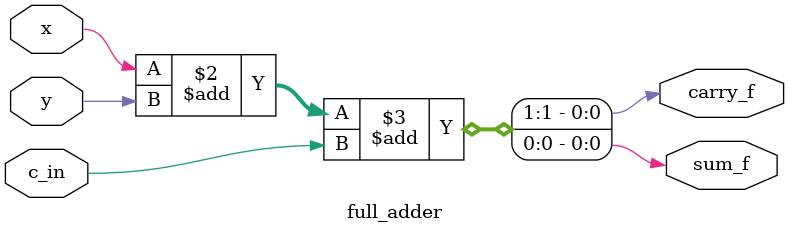
<source format=v>
/****************************************************
Developer    : Devang vekariya
Module       : full adder using behavioral modeling 
Institute    : NIT Kurukshetra
Date created : 04/10/2023
********************************************************/

// full adder module
module full_adder(x,y,c_in,sum_f,carry_f);
  input x, y,c_in;
  output reg sum_f,carry_f;
  
  //behavioral modeling 
  always @(*)
    begin
      {carry_f ,sum_f} = x + y + c_in ;
    end 
  
endmodule

</source>
